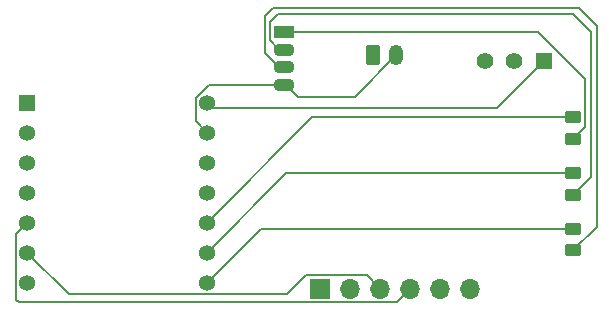
<source format=gbr>
%TF.GenerationSoftware,KiCad,Pcbnew,8.0.8*%
%TF.CreationDate,2025-05-04T21:31:51-07:00*%
%TF.ProjectId,ACL_ToF,41434c5f-546f-4462-9e6b-696361645f70,rev?*%
%TF.SameCoordinates,Original*%
%TF.FileFunction,Copper,L1,Top*%
%TF.FilePolarity,Positive*%
%FSLAX46Y46*%
G04 Gerber Fmt 4.6, Leading zero omitted, Abs format (unit mm)*
G04 Created by KiCad (PCBNEW 8.0.8) date 2025-05-04 21:31:51*
%MOMM*%
%LPD*%
G01*
G04 APERTURE LIST*
G04 Aperture macros list*
%AMRoundRect*
0 Rectangle with rounded corners*
0 $1 Rounding radius*
0 $2 $3 $4 $5 $6 $7 $8 $9 X,Y pos of 4 corners*
0 Add a 4 corners polygon primitive as box body*
4,1,4,$2,$3,$4,$5,$6,$7,$8,$9,$2,$3,0*
0 Add four circle primitives for the rounded corners*
1,1,$1+$1,$2,$3*
1,1,$1+$1,$4,$5*
1,1,$1+$1,$6,$7*
1,1,$1+$1,$8,$9*
0 Add four rect primitives between the rounded corners*
20,1,$1+$1,$2,$3,$4,$5,0*
20,1,$1+$1,$4,$5,$6,$7,0*
20,1,$1+$1,$6,$7,$8,$9,0*
20,1,$1+$1,$8,$9,$2,$3,0*%
G04 Aperture macros list end*
%TA.AperFunction,ComponentPad*%
%ADD10R,1.408000X1.408000*%
%TD*%
%TA.AperFunction,ComponentPad*%
%ADD11C,1.408000*%
%TD*%
%TA.AperFunction,SMDPad,CuDef*%
%ADD12RoundRect,0.250000X-0.450000X0.262500X-0.450000X-0.262500X0.450000X-0.262500X0.450000X0.262500X0*%
%TD*%
%TA.AperFunction,ComponentPad*%
%ADD13RoundRect,0.250000X-0.350000X-0.625000X0.350000X-0.625000X0.350000X0.625000X-0.350000X0.625000X0*%
%TD*%
%TA.AperFunction,ComponentPad*%
%ADD14O,1.200000X1.750000*%
%TD*%
%TA.AperFunction,ComponentPad*%
%ADD15R,1.800000X1.100000*%
%TD*%
%TA.AperFunction,ComponentPad*%
%ADD16O,1.800000X1.100000*%
%TD*%
%TA.AperFunction,ComponentPad*%
%ADD17R,1.358000X1.358000*%
%TD*%
%TA.AperFunction,ComponentPad*%
%ADD18C,1.358000*%
%TD*%
%TA.AperFunction,ComponentPad*%
%ADD19R,1.700000X1.700000*%
%TD*%
%TA.AperFunction,ComponentPad*%
%ADD20O,1.700000X1.700000*%
%TD*%
%TA.AperFunction,Conductor*%
%ADD21C,0.200000*%
%TD*%
G04 APERTURE END LIST*
D10*
%TO.P,SW1,1,A*%
%TO.N,/VCC*%
X172500000Y-66500000D03*
D11*
%TO.P,SW1,2,B*%
%TO.N,/BT1+*%
X170000000Y-66500000D03*
%TO.P,SW1,3,C*%
%TO.N,unconnected-(SW1-C-Pad3)*%
X167500000Y-66500000D03*
%TD*%
D12*
%TO.P,R3,1*%
%TO.N,Net-(U1-RX_D7)*%
X175000000Y-80675000D03*
%TO.P,R3,2*%
%TO.N,/LED_B*%
X175000000Y-82500000D03*
%TD*%
D13*
%TO.P,BT1,1,+*%
%TO.N,/BT1+*%
X158000000Y-66000000D03*
D14*
%TO.P,BT1,2,-*%
%TO.N,/GND*%
X160000000Y-66000000D03*
%TD*%
D15*
%TO.P,D1,1,RK*%
%TO.N,/LED_R*%
X150500000Y-64000000D03*
D16*
%TO.P,D1,2,GK*%
%TO.N,/LED_G*%
X150500000Y-65520000D03*
%TO.P,D1,3,BK*%
%TO.N,/LED_B*%
X150500000Y-67000000D03*
%TO.P,D1,4,A*%
%TO.N,/GND*%
X150500000Y-68500000D03*
%TD*%
D12*
%TO.P,R2,1*%
%TO.N,Net-(U1-D8)*%
X175000000Y-76000000D03*
%TO.P,R2,2*%
%TO.N,/LED_G*%
X175000000Y-77825000D03*
%TD*%
%TO.P,R1,1*%
%TO.N,Net-(U1-D9)*%
X175000000Y-71262500D03*
%TO.P,R1,2*%
%TO.N,/LED_R*%
X175000000Y-73087500D03*
%TD*%
D17*
%TO.P,U1,1,D0*%
%TO.N,unconnected-(U1-D0-Pad1)*%
X128760000Y-70000000D03*
D18*
%TO.P,U1,2,D1*%
%TO.N,unconnected-(U1-D1-Pad2)*%
X128760000Y-72540000D03*
%TO.P,U1,3,D2*%
%TO.N,unconnected-(U1-D2-Pad3)*%
X128760000Y-75080000D03*
%TO.P,U1,4,D3*%
%TO.N,unconnected-(U1-D3-Pad4)*%
X128760000Y-77620000D03*
%TO.P,U1,5,D4*%
%TO.N,Net-(J1-SDA)*%
X128760000Y-80160000D03*
%TO.P,U1,6,D5*%
%TO.N,Net-(J1-SCL)*%
X128760000Y-82700000D03*
%TO.P,U1,7,TX_D6*%
%TO.N,unconnected-(U1-TX_D6-Pad7)*%
X128760000Y-85240000D03*
%TO.P,U1,8,RX_D7*%
%TO.N,Net-(U1-RX_D7)*%
X144000000Y-85240000D03*
%TO.P,U1,9,D8*%
%TO.N,Net-(U1-D8)*%
X144000000Y-82700000D03*
%TO.P,U1,10,D9*%
%TO.N,Net-(U1-D9)*%
X144000000Y-80160000D03*
%TO.P,U1,11,D10*%
%TO.N,unconnected-(U1-D10-Pad11)*%
X144000000Y-77620000D03*
%TO.P,U1,12,VCC_3V3*%
%TO.N,/3V3*%
X144000000Y-75080000D03*
%TO.P,U1,13,GND*%
%TO.N,/GND*%
X144000000Y-72540000D03*
%TO.P,U1,14,VUSB*%
%TO.N,/VCC*%
X144000000Y-70000000D03*
%TD*%
D19*
%TO.P,J1,1,VIN*%
%TO.N,/3V3*%
X153550000Y-85770000D03*
D20*
%TO.P,J1,2,GND*%
%TO.N,/GND*%
X156090000Y-85770000D03*
%TO.P,J1,3,SCL*%
%TO.N,Net-(J1-SCL)*%
X158630000Y-85770000D03*
%TO.P,J1,4,SDA*%
%TO.N,Net-(J1-SDA)*%
X161170000Y-85770000D03*
%TO.P,J1,5,GPIO1*%
%TO.N,unconnected-(J1-GPIO1-Pad5)*%
X163710000Y-85770000D03*
%TO.P,J1,6,XSHUT*%
%TO.N,unconnected-(J1-XSHUT-Pad6)*%
X166250000Y-85770000D03*
%TD*%
D21*
%TO.N,/GND*%
X143021000Y-71561000D02*
X144000000Y-72540000D01*
X160000000Y-66000000D02*
X156500000Y-69500000D01*
X150690000Y-68500000D02*
X144115484Y-68500000D01*
X143021000Y-69594484D02*
X143021000Y-71561000D01*
X151690000Y-69500000D02*
X150690000Y-68500000D01*
X156500000Y-69500000D02*
X151690000Y-69500000D01*
X144115484Y-68500000D02*
X143021000Y-69594484D01*
%TO.N,/VCC*%
X144500000Y-70500000D02*
X168500000Y-70500000D01*
X168500000Y-70500000D02*
X172500000Y-66500000D01*
X144000000Y-70000000D02*
X144500000Y-70500000D01*
%TO.N,/LED_G*%
X150000000Y-62500000D02*
X175000000Y-62500000D01*
X150100000Y-65520000D02*
X149300000Y-64720000D01*
X175000000Y-62500000D02*
X176500000Y-64000000D01*
X149300000Y-64720000D02*
X149300000Y-63200000D01*
X176500000Y-64000000D02*
X176500000Y-76325000D01*
X149300000Y-63200000D02*
X150000000Y-62500000D01*
X150500000Y-65520000D02*
X150100000Y-65520000D01*
X176500000Y-76325000D02*
X175000000Y-77825000D01*
%TO.N,/LED_R*%
X172008000Y-64000000D02*
X176000000Y-67992000D01*
X176000000Y-67992000D02*
X176000000Y-72087500D01*
X176000000Y-72087500D02*
X175000000Y-73087500D01*
X150500000Y-64000000D02*
X172008000Y-64000000D01*
%TO.N,/LED_B*%
X149600000Y-62000000D02*
X175500000Y-62000000D01*
X150500000Y-67000000D02*
X150100000Y-67000000D01*
X177000000Y-80500000D02*
X175000000Y-82500000D01*
X175500000Y-62000000D02*
X177000000Y-63500000D01*
X148900000Y-65800000D02*
X148900000Y-62700000D01*
X148900000Y-62700000D02*
X149600000Y-62000000D01*
X150100000Y-67000000D02*
X148900000Y-65800000D01*
X177000000Y-63500000D02*
X177000000Y-80500000D01*
%TO.N,Net-(J1-SDA)*%
X127781000Y-86681000D02*
X128020000Y-86920000D01*
X127781000Y-81139000D02*
X127781000Y-86681000D01*
X128760000Y-80160000D02*
X127781000Y-81139000D01*
X128020000Y-86920000D02*
X160020000Y-86920000D01*
X160020000Y-86920000D02*
X161170000Y-85770000D01*
%TO.N,Net-(J1-SCL)*%
X152380000Y-84620000D02*
X157480000Y-84620000D01*
X132279000Y-86219000D02*
X150781000Y-86219000D01*
X157480000Y-84620000D02*
X158630000Y-85770000D01*
X128760000Y-82700000D02*
X132279000Y-86219000D01*
X150781000Y-86219000D02*
X152380000Y-84620000D01*
%TO.N,Net-(U1-D9)*%
X144000000Y-80160000D02*
X152897500Y-71262500D01*
X152897500Y-71262500D02*
X175000000Y-71262500D01*
%TO.N,Net-(U1-D8)*%
X144000000Y-82700000D02*
X150700000Y-76000000D01*
X150700000Y-76000000D02*
X175000000Y-76000000D01*
%TO.N,Net-(U1-RX_D7)*%
X144000000Y-85240000D02*
X148565000Y-80675000D01*
X148565000Y-80675000D02*
X175000000Y-80675000D01*
%TD*%
M02*

</source>
